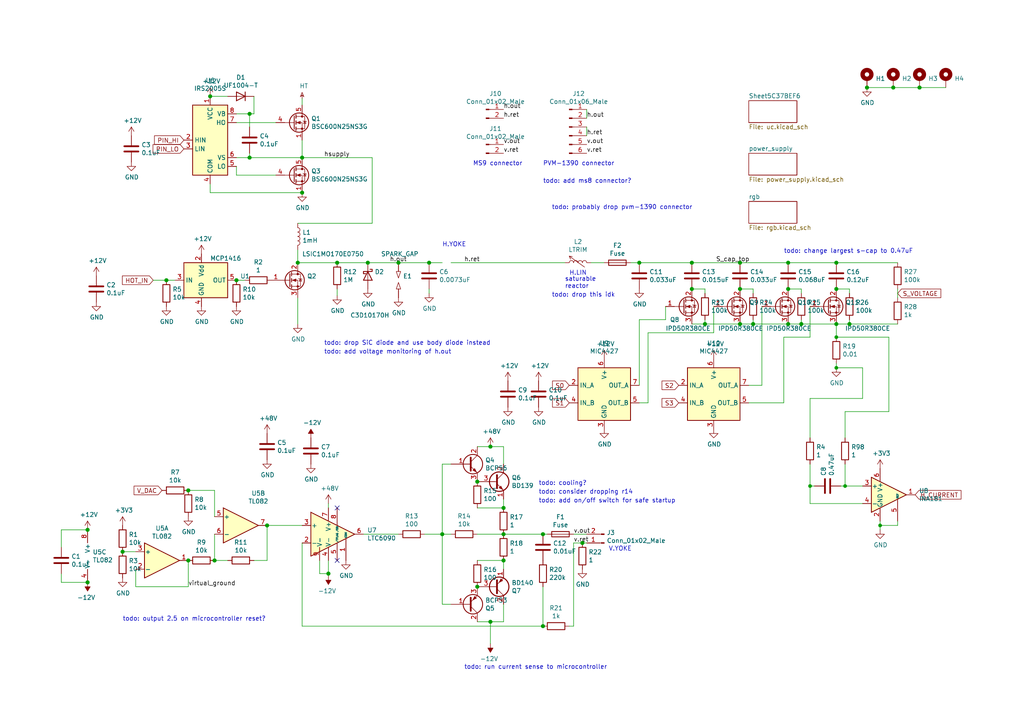
<source format=kicad_sch>
(kicad_sch (version 20211123) (generator eeschema)
  (paper "A4")
  (junction (at 72.39 45.72) (diameter 1.016))
  (junction (at 157.48 154.94) (diameter 1.016))
  (junction (at 232.41 93.98) (diameter 1.016))
  (junction (at 146.05 147.32) (diameter 1.016))
  (junction (at 62.23 162.56) (diameter 1.016))
  (junction (at 242.57 97.79))
  (junction (at 242.57 106.68))
  (junction (at 60.96 27.94) (diameter 1.016))
  (junction (at 168.91 157.48) (diameter 1.016))
  (junction (at 142.24 129.54) (diameter 1.016))
  (junction (at 86.36 76.2) (diameter 1.016))
  (junction (at 68.58 81.28) (diameter 1.016))
  (junction (at 259.08 25.4) (diameter 1.016))
  (junction (at 218.44 93.98) (diameter 1.016))
  (junction (at 228.6 83.82) (diameter 1.016))
  (junction (at 200.66 76.2) (diameter 1.016))
  (junction (at 214.63 93.98) (diameter 1.016))
  (junction (at 54.61 162.56) (diameter 1.016))
  (junction (at 200.66 83.82) (diameter 1.016))
  (junction (at 95.25 166.37) (diameter 1.016))
  (junction (at 106.68 76.2) (diameter 1.016))
  (junction (at 25.4 153.67) (diameter 1.016))
  (junction (at 25.4 168.91) (diameter 1.016))
  (junction (at 77.47 152.4) (diameter 1.016))
  (junction (at 146.05 154.94) (diameter 1.016))
  (junction (at 54.61 142.24) (diameter 1.016))
  (junction (at 146.05 162.56) (diameter 1.016))
  (junction (at 48.26 81.28) (diameter 1.016))
  (junction (at 266.7 25.4) (diameter 1.016))
  (junction (at 214.63 83.82) (diameter 1.016))
  (junction (at 234.95 140.97))
  (junction (at 246.38 93.98) (diameter 1.016))
  (junction (at 242.57 76.2) (diameter 1.016))
  (junction (at 138.43 170.18) (diameter 1.016))
  (junction (at 245.11 140.97))
  (junction (at 251.46 25.4) (diameter 1.016))
  (junction (at 214.63 76.2) (diameter 1.016))
  (junction (at 128.27 154.94) (diameter 1.016))
  (junction (at 242.57 83.82) (diameter 1.016))
  (junction (at 228.6 76.2) (diameter 1.016))
  (junction (at 185.42 76.2) (diameter 1.016))
  (junction (at 255.27 152.4))
  (junction (at 124.46 76.2) (diameter 1.016))
  (junction (at 87.63 45.72) (diameter 1.016))
  (junction (at 157.48 181.61) (diameter 1.016))
  (junction (at 242.57 93.98) (diameter 1.016))
  (junction (at 228.6 93.98) (diameter 1.016))
  (junction (at 35.56 160.02) (diameter 1.016))
  (junction (at 115.57 76.2) (diameter 1.016))
  (junction (at 97.79 76.2) (diameter 1.016))
  (junction (at 204.47 93.98) (diameter 1.016))
  (junction (at 138.43 139.7) (diameter 1.016))
  (junction (at 87.63 55.88) (diameter 1.016))
  (junction (at 72.39 33.02) (diameter 1.016))
  (junction (at 142.24 180.34) (diameter 1.016))
  (no_connect (at 97.79 147.32))
  (no_connect (at 97.79 162.56))
  (wire (pts (xy 242.57 93.98) (xy 242.57 97.79)))
  (wire (pts (xy 17.78 166.37) (xy 17.78 168.91)))
  (wire (pts (xy 185.42 116.84) (xy 187.96 116.84)))
  (wire (pts (xy 39.37 170.18) (xy 39.37 165.1)))
  (wire (pts (xy 77.47 152.4) (xy 77.47 162.56)))
  (wire (pts (xy 228.6 76.2) (xy 242.57 76.2)))
  (wire (pts (xy 185.42 92.71) (xy 193.04 92.71)))
  (wire (pts (xy 218.44 93.98) (xy 218.44 92.71)))
  (wire (pts (xy 228.6 93.98) (xy 232.41 93.98)))
  (wire (pts (xy 138.43 162.56) (xy 146.05 162.56)))
  (wire (pts (xy 138.43 180.34) (xy 142.24 180.34)))
  (wire (pts (xy 227.33 97.79) (xy 227.33 116.84)))
  (wire (pts (xy 92.71 162.56) (xy 92.71 166.37)))
  (wire (pts (xy 182.88 76.2) (xy 185.42 76.2)))
  (wire (pts (xy 166.37 157.48) (xy 166.37 181.61)))
  (wire (pts (xy 204.47 93.98) (xy 214.63 93.98)))
  (wire (pts (xy 234.95 115.57) (xy 250.19 115.57)))
  (wire (pts (xy 170.18 36.83) (xy 170.18 39.37)))
  (wire (pts (xy 266.7 25.4) (xy 274.32 25.4)))
  (wire (pts (xy 86.36 76.2) (xy 97.79 76.2)))
  (wire (pts (xy 128.27 154.94) (xy 128.27 175.26)))
  (wire (pts (xy 68.58 48.26) (xy 68.58 50.8)))
  (wire (pts (xy 146.05 154.94) (xy 157.48 154.94)))
  (wire (pts (xy 243.84 140.97) (xy 245.11 140.97)))
  (wire (pts (xy 250.19 140.97) (xy 245.11 140.97)))
  (wire (pts (xy 128.27 175.26) (xy 130.81 175.26)))
  (wire (pts (xy 87.63 30.48) (xy 87.63 28.575)))
  (wire (pts (xy 170.18 157.48) (xy 168.91 157.48)))
  (wire (pts (xy 142.24 180.34) (xy 142.24 186.69)))
  (wire (pts (xy 187.96 96.52) (xy 187.96 116.84)))
  (wire (pts (xy 62.23 142.24) (xy 54.61 142.24)))
  (wire (pts (xy 62.23 162.56) (xy 62.23 154.94)))
  (wire (pts (xy 95.25 166.37) (xy 95.25 162.56)))
  (wire (pts (xy 166.37 154.94) (xy 170.18 154.94)))
  (wire (pts (xy 95.25 167.005) (xy 95.25 166.37)))
  (wire (pts (xy 146.05 147.32) (xy 146.05 144.78)))
  (wire (pts (xy 77.47 152.4) (xy 87.63 152.4)))
  (wire (pts (xy 72.39 45.72) (xy 87.63 45.72)))
  (wire (pts (xy 123.19 154.94) (xy 128.27 154.94)))
  (wire (pts (xy 138.43 147.32) (xy 146.05 147.32)))
  (wire (pts (xy 128.27 154.94) (xy 130.81 154.94)))
  (wire (pts (xy 214.63 76.2) (xy 228.6 76.2)))
  (wire (pts (xy 250.19 115.57) (xy 250.19 106.68)))
  (wire (pts (xy 166.37 181.61) (xy 165.1 181.61)))
  (wire (pts (xy 207.01 88.9) (xy 207.01 96.52)))
  (wire (pts (xy 185.42 76.2) (xy 200.66 76.2)))
  (wire (pts (xy 17.78 168.91) (xy 25.4 168.91)))
  (wire (pts (xy 66.04 162.56) (xy 62.23 162.56)))
  (wire (pts (xy 68.58 45.72) (xy 72.39 45.72)))
  (wire (pts (xy 146.05 129.54) (xy 146.05 134.62)))
  (wire (pts (xy 257.81 119.38) (xy 257.81 97.79)))
  (wire (pts (xy 234.95 140.97) (xy 234.95 146.05)))
  (wire (pts (xy 86.36 64.77) (xy 107.95 64.77)))
  (wire (pts (xy 54.61 170.18) (xy 39.37 170.18)))
  (wire (pts (xy 232.41 83.82) (xy 232.41 85.09)))
  (wire (pts (xy 128.27 154.94) (xy 128.27 134.62)))
  (wire (pts (xy 200.66 93.98) (xy 204.47 93.98)))
  (wire (pts (xy 193.04 92.71) (xy 193.04 88.9)))
  (wire (pts (xy 95.25 147.32) (xy 95.25 146.05)))
  (wire (pts (xy 228.6 83.82) (xy 232.41 83.82)))
  (wire (pts (xy 234.95 140.97) (xy 236.22 140.97)))
  (wire (pts (xy 234.95 97.79) (xy 234.95 88.9)))
  (wire (pts (xy 60.96 27.94) (xy 66.04 27.94)))
  (wire (pts (xy 107.95 45.72) (xy 87.63 45.72)))
  (wire (pts (xy 157.48 170.18) (xy 157.48 181.61)))
  (wire (pts (xy 232.41 93.98) (xy 232.41 92.71)))
  (wire (pts (xy 207.01 96.52) (xy 187.96 96.52)))
  (wire (pts (xy 227.33 97.79) (xy 234.95 97.79)))
  (wire (pts (xy 234.95 146.05) (xy 250.19 146.05)))
  (wire (pts (xy 87.63 55.88) (xy 60.96 55.88)))
  (wire (pts (xy 232.41 93.98) (xy 242.57 93.98)))
  (wire (pts (xy 214.63 83.82) (xy 218.44 83.82)))
  (wire (pts (xy 245.11 134.62) (xy 245.11 140.97)))
  (wire (pts (xy 251.46 25.4) (xy 259.08 25.4)))
  (wire (pts (xy 204.47 93.98) (xy 204.47 92.71)))
  (wire (pts (xy 124.46 76.2) (xy 128.27 76.2)))
  (wire (pts (xy 68.58 50.8) (xy 80.01 50.8)))
  (wire (pts (xy 255.27 152.4) (xy 255.27 153.67)))
  (wire (pts (xy 142.24 129.54) (xy 146.05 129.54)))
  (wire (pts (xy 204.47 83.82) (xy 204.47 85.09)))
  (wire (pts (xy 214.63 93.98) (xy 218.44 93.98)))
  (wire (pts (xy 200.66 83.82) (xy 204.47 83.82)))
  (wire (pts (xy 217.17 111.76) (xy 220.98 111.76)))
  (wire (pts (xy 234.95 127) (xy 234.95 115.57)))
  (wire (pts (xy 234.95 134.62) (xy 234.95 140.97)))
  (wire (pts (xy 72.39 45.72) (xy 72.39 44.45)))
  (wire (pts (xy 246.38 83.82) (xy 246.38 85.09)))
  (wire (pts (xy 142.24 180.34) (xy 146.05 180.34)))
  (wire (pts (xy 97.79 83.82) (xy 97.79 85.725)))
  (wire (pts (xy 68.58 35.56) (xy 80.01 35.56)))
  (wire (pts (xy 107.95 64.77) (xy 107.95 45.72)))
  (wire (pts (xy 62.23 149.86) (xy 62.23 142.24)))
  (wire (pts (xy 124.46 85.09) (xy 124.46 83.82)))
  (wire (pts (xy 68.58 81.28) (xy 71.12 81.28)))
  (wire (pts (xy 17.78 153.67) (xy 25.4 153.67)))
  (wire (pts (xy 246.38 93.98) (xy 260.35 93.98)))
  (wire (pts (xy 97.79 76.2) (xy 106.68 76.2)))
  (wire (pts (xy 130.81 76.2) (xy 163.83 76.2)))
  (wire (pts (xy 260.35 83.82) (xy 260.35 86.36)))
  (wire (pts (xy 146.05 162.56) (xy 146.05 165.1)))
  (wire (pts (xy 86.36 72.39) (xy 86.36 76.2)))
  (wire (pts (xy 146.05 180.34) (xy 146.05 175.26)))
  (wire (pts (xy 250.19 106.68) (xy 242.57 106.68)))
  (wire (pts (xy 170.18 31.75) (xy 170.18 34.29)))
  (wire (pts (xy 242.57 105.41) (xy 242.57 106.68)))
  (wire (pts (xy 255.27 151.13) (xy 255.27 152.4)))
  (wire (pts (xy 87.63 181.61) (xy 87.63 157.48)))
  (wire (pts (xy 168.91 157.48) (xy 166.37 157.48)))
  (wire (pts (xy 72.39 33.02) (xy 73.66 33.02)))
  (wire (pts (xy 77.47 162.56) (xy 73.66 162.56)))
  (wire (pts (xy 17.78 158.75) (xy 17.78 153.67)))
  (wire (pts (xy 266.7 25.4) (xy 259.08 25.4)))
  (wire (pts (xy 218.44 93.98) (xy 228.6 93.98)))
  (wire (pts (xy 105.41 154.94) (xy 115.57 154.94)))
  (wire (pts (xy 171.45 76.2) (xy 175.26 76.2)))
  (wire (pts (xy 157.48 181.61) (xy 87.63 181.61)))
  (wire (pts (xy 218.44 83.82) (xy 218.44 85.09)))
  (wire (pts (xy 158.75 154.94) (xy 157.48 154.94)))
  (wire (pts (xy 138.43 129.54) (xy 142.24 129.54)))
  (wire (pts (xy 220.98 88.9) (xy 220.98 111.76)))
  (wire (pts (xy 92.71 166.37) (xy 95.25 166.37)))
  (wire (pts (xy 106.68 76.2) (xy 115.57 76.2)))
  (wire (pts (xy 128.27 134.62) (xy 130.81 134.62)))
  (wire (pts (xy 72.39 33.02) (xy 72.39 36.83)))
  (wire (pts (xy 242.57 76.2) (xy 260.35 76.2)))
  (wire (pts (xy 200.66 76.2) (xy 214.63 76.2)))
  (wire (pts (xy 72.39 33.02) (xy 68.58 33.02)))
  (wire (pts (xy 255.27 152.4) (xy 260.35 152.4)))
  (wire (pts (xy 48.26 81.28) (xy 50.8 81.28)))
  (wire (pts (xy 138.43 154.94) (xy 146.05 154.94)))
  (wire (pts (xy 260.35 151.13) (xy 260.35 152.4)))
  (wire (pts (xy 87.63 45.72) (xy 87.63 40.64)))
  (wire (pts (xy 54.61 162.56) (xy 54.61 170.18)))
  (wire (pts (xy 245.11 119.38) (xy 257.81 119.38)))
  (wire (pts (xy 86.36 86.36) (xy 86.36 93.98)))
  (wire (pts (xy 185.42 92.71) (xy 185.42 111.76)))
  (wire (pts (xy 257.81 97.79) (xy 242.57 97.79)))
  (wire (pts (xy 242.57 93.98) (xy 246.38 93.98)))
  (wire (pts (xy 39.37 160.02) (xy 35.56 160.02)))
  (wire (pts (xy 246.38 93.98) (xy 246.38 92.71)))
  (wire (pts (xy 115.57 76.2) (xy 124.46 76.2)))
  (wire (pts (xy 217.17 116.84) (xy 227.33 116.84)))
  (wire (pts (xy 44.45 81.28) (xy 48.26 81.28)))
  (wire (pts (xy 60.96 55.88) (xy 60.96 53.34)))
  (wire (pts (xy 242.57 83.82) (xy 246.38 83.82)))
  (wire (pts (xy 73.66 33.02) (xy 73.66 27.94)))
  (wire (pts (xy 245.11 127) (xy 245.11 119.38)))
  (text "saturable\nreactor" (at 163.83 83.82 0) (effects (font (size 1.27 1.27)) (justify left bottom)))
  (text "todo: add on/off switch for safe startup" (at 156.21 146.05 0) (effects (font (size 1.27 1.27)) (justify left bottom)))
  (text "todo: add ms8 connector?" (at 157.48 53.34 0) (effects (font (size 1.27 1.27)) (justify left bottom)))
  (text "V.YOKE" (at 176.53 160.02 0) (effects (font (size 1.27 1.27)) (justify left bottom)))
  (text "MS9 connector" (at 137.16 48.26 0) (effects (font (size 1.27 1.27)) (justify left bottom)))
  (text "todo: run current sense to microcontroller" (at 134.62 194.31 0) (effects (font (size 1.27 1.27)) (justify left bottom)))
  (text "todo: output 2.5 on microcontroller reset?" (at 35.56 180.34 0) (effects (font (size 1.27 1.27)) (justify left bottom)))
  (text "H.YOKE" (at 128.27 71.755 0) (effects (font (size 1.27 1.27)) (justify left bottom)))
  (text "todo: add voltage monitoring of h.out" (at 93.98 102.87 0) (effects (font (size 1.27 1.27)) (justify left bottom)))
  (text "todo: change largest s-cap to 0.47uF" (at 227.33 73.66 0) (effects (font (size 1.27 1.27)) (justify left bottom)))
  (text "H.LIN" (at 165.1 80.01 0) (effects (font (size 1.27 1.27)) (justify left bottom)))
  (text "todo: consider dropping r14" (at 156.21 143.51 0) (effects (font (size 1.27 1.27)) (justify left bottom)))
  (text "todo: cooling?" (at 156.21 140.97 0) (effects (font (size 1.27 1.27)) (justify left bottom)))
  (text "todo: probably drop pvm-1390 connector" (at 160.02 60.96 0) (effects (font (size 1.27 1.27)) (justify left bottom)))
  (text "todo: drop this idk" (at 160.02 86.36 0) (effects (font (size 1.27 1.27)) (justify left bottom)))
  (text "todo: drop SiC diode and use body diode instead" (at 93.98 100.33 0) (effects (font (size 1.27 1.27)) (justify left bottom)))
  (text "PVM-1390 connector" (at 157.48 48.26 0) (effects (font (size 1.27 1.27)) (justify left bottom)))
  (label "v.ret" (at 166.37 157.48 0))
  (label "v.out" (at 170.18 41.91 0))
  (label "hsupply" (at 93.98 45.72 0))
  (label "h.out" (at 113.03 76.2 0))
  (label "v.out" (at 166.37 154.94 0))
  (label "v.ret" (at 146.05 44.45 0))
  (label "h.out" (at 170.18 34.29 0))
  (label "h.ret" (at 134.62 76.2 0))
  (label "h.ret" (at 170.18 39.37 0))
  (label "v.ret" (at 170.18 44.45 0))
  (label "h.out" (at 146.05 31.75 0))
  (label "virtual_ground" (at 54.61 170.18 0))
  (label "S_cap_top" (at 207.645 76.2 0))
  (label "h.ret" (at 146.05 34.29 0))
  (label "v.out" (at 146.05 41.91 0))
  (global_label "HOT_IN" (shape input) (at 44.45 81.28 180) (property "Intersheet References" "${INTERSHEET_REFS}" (effects hide)))
  (global_label "PIN_LO" (shape input) (at 53.34 43.18 180) (property "Intersheet References" "${INTERSHEET_REFS}" (effects hide)))
  (global_label "PIN_HI" (shape input) (at 53.34 40.64 180) (property "Intersheet References" "${INTERSHEET_REFS}" (effects hide)))
  (global_label "S3" (shape input) (at 196.85 116.84 180) (property "Intersheet References" "${INTERSHEET_REFS}" (effects hide)))
  (global_label "H_CURRENT" (shape input) (at 265.43 143.51 0) (property "Intersheet References" "${INTERSHEET_REFS}" (effects hide)))
  (global_label "S0" (shape input) (at 165.1 111.76 180) (property "Intersheet References" "${INTERSHEET_REFS}" (effects hide)))
  (global_label "V_DAC" (shape input) (at 46.99 142.24 180) (property "Intersheet References" "${INTERSHEET_REFS}" (effects hide)))
  (global_label "S_VOLTAGE" (shape input) (at 260.35 85.09 0) (property "Intersheet References" "${INTERSHEET_REFS}" (effects hide)))
  (global_label "S1" (shape input) (at 165.1 116.84 180) (property "Intersheet References" "${INTERSHEET_REFS}" (effects hide)))
  (global_label "S2" (shape input) (at 196.85 111.76 180) (property "Intersheet References" "${INTERSHEET_REFS}" (effects hide)))
  (symbol (lib_id "Device:SPARK_GAP") (at 115.57 81.28 270) (unit 1)
    (property "Reference" "E1" (at 116.9162 80.1116 90) (effects (justify left)))
    (property "Value" "SPARK_GAP" (at 110.49 73.66 90) (effects (justify left)))
    (property "Footprint" "Resistor_THT:R_Axial_DIN0309_L9.0mm_D3.2mm_P12.70mm_Horizontal" (effects hide))
    (property "Digikey" "F3681-ND" (effects hide))
    (property "Voltage" "2000V" (effects hide))
  )
  (symbol (lib_id "power:GND") (at 115.57 86.36 0) (unit 1)
    (property "Reference" "#PWR0105" (effects hide))
    (property "Value" "GND" (at 115.697 90.7542 0))
  )
  (symbol (lib_id "power:GND") (at 86.36 93.98 0) (unit 1)
    (property "Reference" "#PWR0106" (effects hide))
    (property "Value" "GND" (at 86.487 98.3742 0))
  )
  (symbol (lib_id "Device:C") (at 124.46 80.01 0) (unit 1)
    (property "Reference" "C6" (at 127.381 78.8416 0) (effects (justify left)))
    (property "Value" "0.0073uF" (at 127.381 81.153 0) (effects (justify left)))
    (property "Footprint" "Capacitor_THT:C_Rect_L18.0mm_W6.0mm_P15.00mm_FKS3_FKP3" (effects hide))
    (property "Voltage" "2000V" (effects hide))
    (property "Digikey" "495-3231-ND " (effects hide))
  )
  (symbol (lib_id "power:GND") (at 124.46 85.09 0) (unit 1)
    (property "Reference" "#PWR012" (effects hide))
    (property "Value" "GND" (at 124.587 89.4842 0))
  )
  (symbol (lib_id "Device:C") (at 185.42 80.01 0) (unit 1)
    (property "Reference" "C11" (at 188.341 78.8416 0) (effects (justify left)))
    (property "Value" "0.033uF" (at 188.341 81.153 0) (effects (justify left)))
    (property "Footprint" "Capacitor_SMD:C_1206_3216Metric_Pad1.42x1.75mm_HandSolder" (effects hide))
    (property "Voltage" "200V" (effects hide))
    (property "Digikey" "1276-3159-1-ND " (effects hide))
  )
  (symbol (lib_id "power:GND") (at 185.42 83.82 0) (unit 1)
    (property "Reference" "#PWR015" (effects hide))
    (property "Value" "GND" (at 185.547 88.2142 0))
  )
  (symbol (lib_id "Driver_FET:MCP1416") (at 58.42 81.28 0) (unit 1)
    (property "Reference" "U1" (at 69.6976 80.1116 0) (effects (justify left)))
    (property "Value" "MCP1416" (at 60.96 74.93 0) (effects (justify left)))
    (property "Footprint" "Package_TO_SOT_SMD:SOT-23-5" (effects hide))
    (property "Datasheet" "http://ww1.microchip.com/downloads/en/DeviceDoc/20002092F.pdf" (effects hide))
    (property "Digikey" "MCP1416T-E/OTCT-ND" (effects hide))
  )
  (symbol (lib_id "power:GND") (at 58.42 88.9 0) (unit 1)
    (property "Reference" "#PWR04" (effects hide))
    (property "Value" "GND" (at 58.547 93.2942 0))
  )
  (symbol (lib_id "power:+12V") (at 58.42 73.66 0) (unit 1)
    (property "Reference" "#PWR03" (effects hide))
    (property "Value" "+12V" (at 58.801 69.2658 0))
  )
  (symbol (lib_id "Transistor_FET:C2M0045170D") (at 83.82 81.28 0) (unit 1)
    (property "Reference" "Q2" (at 89.0524 80.1116 0) (effects (justify left)))
    (property "Value" "LSIC1MO170E0750" (at 87.63 73.66 0) (effects (justify left)))
    (property "Footprint" "Package_TO_SOT_THT:TO-247-3_Vertical" (effects hide))
    (property "Datasheet" "https://www.mouser.de/datasheet/2/240/littelfuse_power_semiconductor_silicon_carbide_lsi-2399475.pdf" (effects hide))
    (property "Digikey" "18-LSIC1MO170E0750-ND" (effects hide))
  )
  (symbol (lib_id "Device:R") (at 74.93 81.28 270) (unit 1)
    (property "Reference" "R2" (at 74.93 76.0222 90))
    (property "Value" "1" (at 74.93 78.3336 90))
    (property "Footprint" "Resistor_SMD:R_0805_2012Metric_Pad1.15x1.40mm_HandSolder" (effects hide))
    (property "Digikey" " 311-1.00CRCT-ND" (effects hide))
  )
  (symbol (lib_id "Device:R") (at 97.79 80.01 0) (unit 1)
    (property "Reference" "R12" (at 99.568 78.8416 0) (effects (justify left)))
    (property "Value" "1M" (at 99.568 81.153 0) (effects (justify left)))
    (property "Footprint" "Resistor_THT:R_Axial_DIN0309_L9.0mm_D3.2mm_P15.24mm_Horizontal" (effects hide))
    (property "Voltage" "1700V" (effects hide))
    (property "Digikey" "BC4422CT-ND" (effects hide))
  )
  (symbol (lib_id "power:GND") (at 97.79 85.725 0) (unit 1)
    (property "Reference" "#PWR0103" (effects hide))
    (property "Value" "GND" (at 97.917 90.1192 0))
  )
  (symbol (lib_id "Device:LTRIM") (at 167.64 76.2 90) (unit 1)
    (property "Reference" "L2" (at 167.64 70.104 90))
    (property "Value" "LTRIM" (at 167.64 72.4154 90))
    (property "Footprint" "td-deflect:LIN-3509" (effects hide))
  )
  (symbol (lib_id "Device:C") (at 200.66 80.01 0) (unit 1)
    (property "Reference" "C13" (at 203.581 78.8416 0) (effects (justify left)))
    (property "Value" "0.015uF" (at 203.581 81.153 0) (effects (justify left)))
    (property "Footprint" "Capacitor_SMD:C_1206_3216Metric_Pad1.42x1.75mm_HandSolder" (effects hide))
    (property "Voltage" "200V" (effects hide))
    (property "Digikey" "311-1980-1-ND " (effects hide))
  )
  (symbol (lib_id "Device:C") (at 228.6 80.01 0) (unit 1)
    (property "Reference" "C15" (at 231.521 78.8416 0) (effects (justify left)))
    (property "Value" "0.068uF" (at 231.521 81.153 0) (effects (justify left)))
    (property "Footprint" "Capacitor_SMD:C_1206_3216Metric_Pad1.42x1.75mm_HandSolder" (effects hide))
    (property "Voltage" "200V" (effects hide))
    (property "Digikey" "311-4473-1-ND " (effects hide))
  )
  (symbol (lib_id "Transistor_FET:IPD50R380CE") (at 198.12 88.9 0) (unit 1)
    (property "Reference" "Q8" (at 194.31 92.71 0) (effects (justify left)))
    (property "Value" "IPD50R380CE" (at 193.04 95.25 0) (effects (justify left)))
    (property "Footprint" "Package_TO_SOT_SMD:TO-252-2" (effects hide))
    (property "Datasheet" "https://www.infineon.com/dgdl/Infineon-IPD50R380CE-DS-v02_01-en.pdf?fileId=db3a30433ecb86d4013ed0a2ef580f38" (effects hide))
    (property "Digikey" " IPD50R380CEAUMA1CT-ND " (effects hide))
  )
  (symbol (lib_id "Transistor_FET:IPD50R380CE") (at 226.06 88.9 0) (unit 1)
    (property "Reference" "Q10" (at 231.267 87.7316 0) (effects (justify left)))
    (property "Value" "IPD50R380CE" (at 222.25 95.25 0) (effects (justify left)))
    (property "Footprint" "Package_TO_SOT_SMD:TO-252-2" (effects hide))
    (property "Datasheet" "https://www.infineon.com/dgdl/Infineon-IPD50R380CE-DS-v02_01-en.pdf?fileId=db3a30433ecb86d4013ed0a2ef580f38" (effects hide))
    (property "Digikey" " IPD50R380CEAUMA1CT-ND " (effects hide))
  )
  (symbol (lib_id "Driver_FET:MIC4427") (at 175.26 114.3 0) (unit 1)
    (property "Reference" "U9" (at 175.26 99.5426 0))
    (property "Value" "MIC4427" (at 175.26 101.854 0))
    (property "Footprint" "Package_SO:SOIC-8_3.9x4.9mm_P1.27mm" (effects hide))
    (property "Datasheet" "http://ww1.microchip.com/downloads/en/DeviceDoc/mic4426.pdf" (effects hide))
    (property "Digikey" "576-1525-5-ND" (effects hide))
  )
  (symbol (lib_id "Device:C") (at 242.57 80.01 0) (unit 1)
    (property "Reference" "C16" (at 245.491 78.8416 0) (effects (justify left)))
    (property "Value" "0.12uF" (at 245.491 81.153 0) (effects (justify left)))
    (property "Footprint" "Capacitor_SMD:C_1206_3216Metric_Pad1.42x1.75mm_HandSolder" (effects hide))
    (property "Voltage" "200V" (effects hide))
    (property "Digikey" "399-17948-1-ND " (effects hide))
  )
  (symbol (lib_id "Transistor_FET:IPD50R380CE") (at 240.03 88.9 0) (unit 1)
    (property "Reference" "Q11" (at 245.237 87.7316 0) (effects (justify left)))
    (property "Value" "IPD50R380CE" (at 245.11 95.25 0) (effects (justify left)))
    (property "Footprint" "Package_TO_SOT_SMD:TO-252-2" (effects hide))
    (property "Datasheet" "https://www.infineon.com/dgdl/Infineon-IPD50R380CE-DS-v02_01-en.pdf?fileId=db3a30433ecb86d4013ed0a2ef580f38" (effects hide))
    (property "Digikey" " IPD50R380CEAUMA1CT-ND " (effects hide))
  )
  (symbol (lib_id "Driver_FET:MIC4427") (at 207.01 114.3 0) (unit 1)
    (property "Reference" "U10" (at 207.01 99.5426 0))
    (property "Value" "MIC4427" (at 207.01 101.854 0))
    (property "Footprint" "Package_SO:SOIC-8_3.9x4.9mm_P1.27mm" (effects hide))
    (property "Datasheet" "http://ww1.microchip.com/downloads/en/DeviceDoc/mic4426.pdf" (effects hide))
    (property "Digikey" "576-1525-5-ND" (effects hide))
  )
  (symbol (lib_id "power:GND") (at 242.57 106.68 0) (unit 1)
    (property "Reference" "#PWR0104" (effects hide))
    (property "Value" "GND" (at 242.697 111.0742 0))
  )
  (symbol (lib_id "power:GND") (at 175.26 124.46 0) (unit 1)
    (property "Reference" "#PWR0107" (effects hide))
    (property "Value" "GND" (at 175.387 128.8542 0))
  )
  (symbol (lib_id "power:GND") (at 207.01 124.46 0) (unit 1)
    (property "Reference" "#PWR0108" (effects hide))
    (property "Value" "GND" (at 207.137 128.8542 0))
  )
  (symbol (lib_id "Device:C") (at 156.21 114.3 0) (unit 1)
    (property "Reference" "C10" (at 159.131 113.1316 0) (effects (justify left)))
    (property "Value" "0.1uF" (at 159.131 115.443 0) (effects (justify left)))
    (property "Footprint" "Capacitor_SMD:C_0805_2012Metric_Pad1.15x1.40mm_HandSolder" (effects hide))
    (property "Voltage" "10V" (effects hide))
    (property "Digikey" "1276-1099-1-ND" (effects hide))
  )
  (symbol (lib_id "power:GND") (at 147.32 118.11 0) (unit 1)
    (property "Reference" "#PWR0109" (effects hide))
    (property "Value" "GND" (at 147.447 122.5042 0))
  )
  (symbol (lib_id "power:GND") (at 156.21 118.11 0) (unit 1)
    (property "Reference" "#PWR0110" (effects hide))
    (property "Value" "GND" (at 156.337 122.5042 0))
  )
  (symbol (lib_id "power:+12V") (at 175.26 104.14 0) (unit 1)
    (property "Reference" "#PWR0111" (effects hide))
    (property "Value" "+12V" (at 175.641 99.7458 0))
  )
  (symbol (lib_id "power:+12V") (at 156.21 110.49 0) (unit 1)
    (property "Reference" "#PWR0113" (effects hide))
    (property "Value" "+12V" (at 156.591 106.0958 0))
  )
  (symbol (lib_id "power:+12V") (at 147.32 110.49 0) (unit 1)
    (property "Reference" "#PWR0114" (effects hide))
    (property "Value" "+12V" (at 147.701 106.0958 0))
  )
  (symbol (lib_id "Device:R") (at 68.58 85.09 0) (unit 1)
    (property "Reference" "R10" (at 70.358 83.9216 0) (effects (justify left)))
    (property "Value" "10k" (at 70.358 86.233 0) (effects (justify left)))
    (property "Footprint" "Resistor_SMD:R_0805_2012Metric_Pad1.15x1.40mm_HandSolder" (effects hide))
    (property "Digikey" "311-1.00CRCT-ND" (effects hide))
  )
  (symbol (lib_id "power:GND") (at 68.58 88.9 0) (unit 1)
    (property "Reference" "#PWR0115" (effects hide))
    (property "Value" "GND" (at 68.707 93.2942 0))
  )
  (symbol (lib_id "Device:R") (at 48.26 85.09 0) (unit 1)
    (property "Reference" "R5" (at 50.038 83.9216 0) (effects (justify left)))
    (property "Value" "10k" (at 50.038 86.233 0) (effects (justify left)))
    (property "Footprint" "Resistor_SMD:R_0805_2012Metric_Pad1.15x1.40mm_HandSolder" (effects hide))
    (property "Digikey" "311-1.00CRCT-ND" (effects hide))
  )
  (symbol (lib_id "power:GND") (at 48.26 88.9 0) (unit 1)
    (property "Reference" "#PWR0116" (effects hide))
    (property "Value" "GND" (at 48.387 93.2942 0))
  )
  (symbol (lib_id "Device:R") (at 218.44 88.9 0) (unit 1)
    (property "Reference" "R24" (at 220.218 87.7316 0) (effects (justify left)))
    (property "Value" "100k" (at 220.218 90.043 0) (effects (justify left)))
    (property "Footprint" "Resistor_SMD:R_1206_3216Metric_Pad1.42x1.75mm_HandSolder" (effects hide))
    (property "Digikey" "311-100KFRCT-ND" (effects hide))
  )
  (symbol (lib_id "Device:R") (at 232.41 88.9 0) (unit 1)
    (property "Reference" "R25" (at 234.188 87.7316 0) (effects (justify left)))
    (property "Value" "100k" (at 234.188 90.043 0) (effects (justify left)))
    (property "Footprint" "Resistor_SMD:R_1206_3216Metric_Pad1.42x1.75mm_HandSolder" (effects hide))
    (property "Digikey" "311-100KFRCT-ND" (effects hide))
  )
  (symbol (lib_id "Device:R") (at 246.38 88.9 0) (unit 1)
    (property "Reference" "R26" (at 248.158 87.7316 0) (effects (justify left)))
    (property "Value" "100k" (at 248.158 90.043 0) (effects (justify left)))
    (property "Footprint" "Resistor_SMD:R_1206_3216Metric_Pad1.42x1.75mm_HandSolder" (effects hide))
    (property "Digikey" "311-100KFRCT-ND" (effects hide))
  )
  (symbol (lib_id "power:+12V") (at 27.94 80.01 0) (unit 1)
    (property "Reference" "#PWR0117" (effects hide))
    (property "Value" "+12V" (at 28.321 75.6158 0))
  )
  (symbol (lib_id "Device:C") (at 27.94 83.82 0) (unit 1)
    (property "Reference" "C2" (at 30.861 82.6516 0) (effects (justify left)))
    (property "Value" "0.1uF" (at 30.861 84.963 0) (effects (justify left)))
    (property "Footprint" "Capacitor_SMD:C_0805_2012Metric_Pad1.15x1.40mm_HandSolder" (effects hide))
    (property "Digikey" "1276-1099-1-ND" (effects hide))
  )
  (symbol (lib_id "power:GND") (at 27.94 87.63 0) (unit 1)
    (property "Reference" "#PWR0118" (effects hide))
    (property "Value" "GND" (at 28.067 92.0242 0))
  )
  (symbol (lib_id "Amplifier_Current:INA181") (at 257.81 143.51 0) (unit 1)
    (property "Reference" "U8" (at 266.5476 142.3416 0) (effects (justify left)))
    (property "Value" "INA181" (at 266.5476 144.653 0) (effects (justify left)))
    (property "Footprint" "Package_TO_SOT_SMD:SOT-23-6" (effects hide))
    (property "Datasheet" "http://www.ti.com/lit/ds/symlink/ina181.pdf" (effects hide))
    (property "Digikey" "296-47658-1-ND" (effects hide))
  )
  (symbol (lib_id "power:GND") (at 255.27 153.67 0) (unit 1)
    (property "Reference" "#PWR0120" (effects hide))
    (property "Value" "GND" (at 255.397 158.0642 0))
  )
  (symbol (lib_id "power:+3.3V") (at 255.27 135.89 0) (unit 1)
    (property "Reference" "#PWR0121" (effects hide))
    (property "Value" "+3.3V" (at 255.651 131.4958 0))
  )
  (symbol (lib_id "Driver_FET:IRS2005S") (at 60.96 40.64 0) (unit 1)
    (property "Reference" "U6" (at 60.96 23.3426 0))
    (property "Value" "IRS2005S" (at 60.96 25.654 0))
    (property "Footprint" "Package_SO:SOIC-8_3.9x4.9mm_P1.27mm" (effects hide))
    (property "Datasheet" "https://www.infineon.com/dgdl/Infineon-IRS2005S-DS-v02_00-EN.pdf?fileId=5546d462533600a4015364c4246229e1" (effects hide))
    (property "Digikey" "IRS2005STRPBFCT-ND" (effects hide))
  )
  (symbol (lib_id "Diode:BA157") (at 69.85 27.94 180) (unit 1)
    (property "Reference" "D1" (at 69.85 22.4536 0))
    (property "Value" "UF1004-T" (at 69.85 24.765 0))
    (property "Footprint" "Diode_THT:D_DO-41_SOD81_P10.16mm_Horizontal" (effects hide))
    (property "Datasheet" "https://media.digikey.com/pdf/Data%20Sheets/Diodes%20PDFs/UF1001-UF1007.pdf" (effects hide))
    (property "Digikey" "UF1004DICT-ND" (effects hide))
  )
  (symbol (lib_id "Device:C") (at 72.39 40.64 0) (unit 1)
    (property "Reference" "C4" (at 75.311 39.4716 0) (effects (justify left)))
    (property "Value" "0.1uF" (at 75.311 41.783 0) (effects (justify left)))
    (property "Footprint" "Capacitor_SMD:C_0805_2012Metric_Pad1.15x1.40mm_HandSolder" (effects hide))
    (property "Digikey" "1276-1099-1-ND" (effects hide))
  )
  (symbol (lib_id "power:HT") (at 87.63 28.575 0) (unit 1)
    (property "Reference" "#PWR0123" (effects hide))
    (property "Value" "HT" (at 88.138 24.9428 0))
  )
  (symbol (lib_id "power:GND") (at 87.63 55.88 0) (unit 1)
    (property "Reference" "#PWR0143" (effects hide))
    (property "Value" "GND" (at 87.757 60.2742 0))
  )
  (symbol (lib_id "power:+12V") (at 60.96 27.94 0) (unit 1)
    (property "Reference" "#PWR0144" (effects hide))
    (property "Value" "+12V" (at 61.341 23.5458 0))
  )
  (symbol (lib_id "power:+12V") (at 38.1 39.37 0) (unit 1)
    (property "Reference" "#PWR0145" (effects hide))
    (property "Value" "+12V" (at 38.481 34.9758 0))
  )
  (symbol (lib_id "Device:C") (at 38.1 43.18 0) (unit 1)
    (property "Reference" "C3" (at 41.021 42.0116 0) (effects (justify left)))
    (property "Value" "0.1uF" (at 41.021 44.323 0) (effects (justify left)))
    (property "Footprint" "Capacitor_SMD:C_0805_2012Metric_Pad1.15x1.40mm_HandSolder" (effects hide))
    (property "Digikey" "1276-1099-1-ND" (effects hide))
  )
  (symbol (lib_id "power:GND") (at 38.1 46.99 0) (unit 1)
    (property "Reference" "#PWR0146" (effects hide))
    (property "Value" "GND" (at 38.227 51.3842 0))
  )
  (symbol (lib_id "Transistor_BJT:BD140") (at 143.51 170.18 0) (mirror x) (unit 1)
    (property "Reference" "Q7" (at 148.3868 171.3484 0) (effects (justify left)))
    (property "Value" "BD140" (at 148.3868 169.037 0) (effects (justify left)))
    (property "Footprint" "Package_TO_SOT_THT:TO-126-3_Vertical" (effects hide))
    (property "Datasheet" "http://www.st.com/internet/com/TECHNICAL_RESOURCES/TECHNICAL_LITERATURE/DATASHEET/CD00001225.pdf" (effects hide))
    (property "Digikey" " 497-14760-5-ND " (effects hide))
  )
  (symbol (lib_id "Transistor_BJT:BD139") (at 143.51 139.7 0) (unit 1)
    (property "Reference" "Q6" (at 148.3868 138.5316 0) (effects (justify left)))
    (property "Value" "BD139" (at 148.3868 140.843 0) (effects (justify left)))
    (property "Footprint" "Package_TO_SOT_THT:TO-126-3_Vertical" (effects hide))
    (property "Datasheet" "http://www.st.com/internet/com/TECHNICAL_RESOURCES/TECHNICAL_LITERATURE/DATASHEET/CD00001225.pdf" (effects hide))
    (property "Digikey" " 497-12750-5-ND " (effects hide))
  )
  (symbol (lib_id "Device:R") (at 146.05 158.75 0) (unit 1)
    (property "Reference" "R18" (at 147.828 157.5816 0) (effects (justify left)))
    (property "Value" "1" (at 147.828 159.893 0) (effects (justify left)))
    (property "Footprint" "Resistor_SMD:R_0805_2012Metric_Pad1.15x1.40mm_HandSolder" (effects hide))
    (property "Digikey" " 311-1.00CRCT-ND" (effects hide))
  )
  (symbol (lib_id "Device:R") (at 138.43 143.51 0) (unit 1)
    (property "Reference" "R15" (at 140.208 142.3416 0) (effects (justify left)))
    (property "Value" "100" (at 140.208 144.653 0) (effects (justify left)))
    (property "Footprint" "Resistor_SMD:R_0805_2012Metric_Pad1.15x1.40mm_HandSolder" (effects hide))
    (property "Digikey" "311-100CRCT-ND" (effects hide))
  )
  (symbol (lib_id "Device:R") (at 146.05 151.13 0) (unit 1)
    (property "Reference" "R17" (at 147.828 149.9616 0) (effects (justify left)))
    (property "Value" "1" (at 147.828 152.273 0) (effects (justify left)))
    (property "Footprint" "Resistor_SMD:R_0805_2012Metric_Pad1.15x1.40mm_HandSolder" (effects hide))
    (property "Digikey" " 311-1.00CRCT-ND" (effects hide))
  )
  (symbol (lib_id "Device:R") (at 138.43 166.37 0) (unit 1)
    (property "Reference" "R16" (at 140.208 165.2016 0) (effects (justify left)))
    (property "Value" "100" (at 140.208 167.513 0) (effects (justify left)))
    (property "Footprint" "Resistor_SMD:R_0805_2012Metric_Pad1.15x1.40mm_HandSolder" (effects hide))
    (property "Digikey" "311-100CRCT-ND" (effects hide))
  )
  (symbol (lib_id "Transistor_BJT:BCP53") (at 135.89 175.26 0) (mirror x) (unit 1)
    (property "Reference" "Q5" (at 140.7414 176.4284 0) (effects (justify left)))
    (property "Value" "BCP53" (at 140.7414 174.117 0) (effects (justify left)))
    (property "Footprint" "Package_TO_SOT_SMD:SOT-223-3_TabPin2" (effects hide))
    (property "Datasheet" "http://www.onsemi.com/pub_link/Collateral/BCP53T1-D.PDF" (effects hide))
    (property "Digikey" "BCP53-16T1GOSCT-ND " (effects hide))
  )
  (symbol (lib_id "Transistor_BJT:BCP56") (at 135.89 134.62 0) (unit 1)
    (property "Reference" "Q4" (at 140.7414 133.4516 0) (effects (justify left)))
    (property "Value" "BCP56" (at 140.7414 135.763 0) (effects (justify left)))
    (property "Footprint" "Package_TO_SOT_SMD:SOT-223-3_TabPin2" (effects hide))
    (property "Datasheet" "http://cache.nxp.com/documents/data_sheet/BCP56_BCX56_BC56PA.pdf?pspll=1" (effects hide))
    (property "Digikey" "BCP56-16T1GOSCT-ND " (effects hide))
  )
  (symbol (lib_id "td-deflect:LTC6090") (at 96.52 154.94 0) (unit 1)
    (property "Reference" "U7" (at 106.5276 153.7716 0) (effects (justify left)))
    (property "Value" "LTC6090" (at 106.5276 156.083 0) (effects (justify left)))
    (property "Footprint" "Package_SO:SOIC-8-1EP_3.9x4.9mm_P1.27mm_EP2.29x3mm" (effects hide))
    (property "Digikey" "LTC6090CS8E-5#PBF-ND" (effects hide))
  )
  (symbol (lib_id "Device:R") (at 134.62 154.94 90) (unit 1)
    (property "Reference" "R14" (at 134.62 149.6822 90))
    (property "Value" "10k" (at 134.62 151.9936 90))
    (property "Footprint" "Resistor_SMD:R_0805_2012Metric_Pad1.15x1.40mm_HandSolder" (effects hide))
    (property "Digikey" "311-1.00CRCT-ND" (effects hide))
  )
  (symbol (lib_id "Device:R") (at 119.38 154.94 270) (unit 1)
    (property "Reference" "R13" (at 119.38 149.6822 90))
    (property "Value" "100" (at 119.38 151.9936 90))
    (property "Footprint" "Resistor_SMD:R_0805_2012Metric_Pad1.15x1.40mm_HandSolder" (effects hide))
    (property "Digikey" "311-100CRCT-ND" (effects hide))
  )
  (symbol (lib_id "Connector:Conn_01x02_Male") (at 175.26 157.48 180) (unit 1)
    (property "Reference" "J3" (at 175.9712 154.4828 0) (effects (justify right)))
    (property "Value" "Conn_01x02_Male" (at 175.9712 156.7942 0) (effects (justify right)))
    (property "Footprint" "Connector_Phoenix_MSTB:PhoenixContact_MSTBVA_2,5_2-G_1x02_P5.00mm_Vertical" (effects hide))
    (property "Datasheet" "277-1150-ND " (effects hide))
    (property "Digikey" "277-1150-ND " (effects hide))
  )
  (symbol (lib_id "power:GND") (at 168.91 165.1 0) (unit 1)
    (property "Reference" "#PWR0147" (effects hide))
    (property "Value" "GND" (at 169.037 169.4942 0))
  )
  (symbol (lib_id "Device:R") (at 168.91 161.29 0) (unit 1)
    (property "Reference" "R22" (at 170.688 160.1216 0) (effects (justify left)))
    (property "Value" "1" (at 170.688 162.433 0) (effects (justify left)))
    (property "Footprint" "Resistor_SMD:R_0805_2012Metric_Pad1.15x1.40mm_HandSolder" (effects hide))
    (property "Digikey" "ERJ-6DQF1R0V" (effects hide))
  )
  (symbol (lib_id "Device:C") (at 157.48 158.75 0) (unit 1)
    (property "Reference" "C12" (at 160.401 157.5816 0) (effects (justify left)))
    (property "Value" "0.01uF" (at 160.401 159.893 0) (effects (justify left)))
    (property "Footprint" "Capacitor_SMD:C_0805_2012Metric_Pad1.15x1.40mm_HandSolder" (effects hide))
    (property "Voltage" "100V" (effects hide))
    (property "Digikey" "1276-2921-6-ND" (effects hide))
  )
  (symbol (lib_id "Device:R") (at 157.48 166.37 0) (unit 1)
    (property "Reference" "R20" (at 159.258 165.2016 0) (effects (justify left)))
    (property "Value" "220k" (at 159.258 167.513 0) (effects (justify left)))
    (property "Footprint" "Resistor_SMD:R_0805_2012Metric_Pad1.15x1.40mm_HandSolder" (effects hide))
    (property "Digikey" " 311-220KCRCT-ND" (effects hide))
  )
  (symbol (lib_id "Device:R") (at 161.29 181.61 270) (unit 1)
    (property "Reference" "R21" (at 161.29 176.3522 90))
    (property "Value" "1k" (at 161.29 178.6636 90))
    (property "Footprint" "Resistor_SMD:R_0805_2012Metric_Pad1.15x1.40mm_HandSolder" (effects hide))
    (property "Digikey" " 311-1.00KCRCT-ND" (effects hide))
  )
  (symbol (lib_id "power:+48V") (at 95.25 146.05 0) (unit 1)
    (property "Reference" "#PWR0148" (effects hide))
    (property "Value" "+48V" (at 95.631 141.6558 0))
  )
  (symbol (lib_id "power:GND") (at 100.33 162.56 0) (unit 1)
    (property "Reference" "#PWR0149" (effects hide))
    (property "Value" "GND" (at 100.457 166.9542 0))
  )
  (symbol (lib_id "power:-12V") (at 95.25 167.005 180) (unit 1)
    (property "Reference" "#PWR0150" (effects hide))
    (property "Value" "-12V" (at 94.869 171.3992 0))
  )
  (symbol (lib_id "power:-12V") (at 142.24 186.69 180) (unit 1)
    (property "Reference" "#PWR0151" (effects hide))
    (property "Value" "-12V" (at 141.859 191.0842 0))
  )
  (symbol (lib_id "power:+48V") (at 142.24 129.54 0) (unit 1)
    (property "Reference" "#PWR0152" (effects hide))
    (property "Value" "+48V" (at 142.621 125.1458 0))
  )
  (symbol (lib_id "Device:C") (at 77.47 129.54 0) (unit 1)
    (property "Reference" "C5" (at 80.391 128.3716 0) (effects (justify left)))
    (property "Value" "0.1uF" (at 80.391 130.683 0) (effects (justify left)))
    (property "Footprint" "Capacitor_SMD:C_0805_2012Metric_Pad1.15x1.40mm_HandSolder" (effects hide))
    (property "Voltage" "10V" (effects hide))
    (property "Digikey" "1276-1099-1-ND" (effects hide))
  )
  (symbol (lib_id "power:GND") (at 77.47 133.35 0) (unit 1)
    (property "Reference" "#PWR0153" (effects hide))
    (property "Value" "GND" (at 77.597 137.7442 0))
  )
  (symbol (lib_id "Device:C") (at 90.17 130.81 0) (unit 1)
    (property "Reference" "C7" (at 93.091 129.6416 0) (effects (justify left)))
    (property "Value" "0.1uF" (at 93.091 131.953 0) (effects (justify left)))
    (property "Footprint" "Capacitor_SMD:C_0805_2012Metric_Pad1.15x1.40mm_HandSolder" (effects hide))
    (property "Voltage" "10V" (effects hide))
    (property "Digikey" "1276-1099-1-ND" (effects hide))
  )
  (symbol (lib_id "power:GND") (at 90.17 134.62 0) (unit 1)
    (property "Reference" "#PWR0154" (effects hide))
    (property "Value" "GND" (at 90.297 139.0142 0))
  )
  (symbol (lib_id "power:-12V") (at 90.17 127 0) (unit 1)
    (property "Reference" "#PWR0155" (effects hide))
    (property "Value" "-12V" (at 90.551 122.6058 0))
  )
  (symbol (lib_id "Amplifier_Operational:TL082") (at 46.99 162.56 0) (unit 1)
    (property "Reference" "U5" (at 46.99 153.2382 0))
    (property "Value" "TL082" (at 46.99 155.5496 0))
    (property "Footprint" "Package_SO:SOIC-8_3.9x4.9mm_P1.27mm" (effects hide))
    (property "Datasheet" "http://www.ti.com/lit/ds/symlink/tl081.pdf" (effects hide))
    (property "Digikey" "497-2212-1-ND" (effects hide))
  )
  (symbol (lib_id "Amplifier_Operational:TL082") (at 69.85 152.4 0) (unit 2)
    (property "Reference" "U5" (at 74.93 143.0782 0))
    (property "Value" "TL082" (at 74.93 145.3896 0))
    (property "Footprint" "Package_SO:SOIC-8_3.9x4.9mm_P1.27mm" (effects hide))
    (property "Datasheet" "http://www.ti.com/lit/ds/symlink/tl081.pdf" (effects hide))
    (property "Digikey" "497-2212-1-ND" (effects hide))
  )
  (symbol (lib_id "Device:R") (at 260.35 80.01 0) (unit 1)
    (property "Reference" "R27" (at 262.128 78.8416 0) (effects (justify left)))
    (property "Value" "100k" (at 262.128 81.153 0) (effects (justify left)))
    (property "Footprint" "Resistor_SMD:R_1206_3216Metric_Pad1.42x1.75mm_HandSolder" (effects hide))
    (property "Voltage" "200V" (effects hide))
    (property "Digikey" "311-100KFRCT-ND" (effects hide))
  )
  (symbol (lib_id "Device:R") (at 260.35 90.17 0) (unit 1)
    (property "Reference" "R28" (at 262.128 89.0016 0) (effects (justify left)))
    (property "Value" "1k" (at 262.128 91.313 0) (effects (justify left)))
    (property "Footprint" "Resistor_SMD:R_1206_3216Metric_Pad1.42x1.75mm_HandSolder" (effects hide))
    (property "Voltage" "200V" (effects hide))
    (property "Digikey" " 311-1.00KFRCT-ND" (effects hide))
  )
  (symbol (lib_id "Amplifier_Operational:TL082") (at 27.94 161.29 0) (unit 3)
    (property "Reference" "U5" (at 26.8732 160.1216 0) (effects (justify left)))
    (property "Value" "TL082" (at 26.8732 162.433 0) (effects (justify left)))
    (property "Footprint" "Package_SO:SOIC-8_3.9x4.9mm_P1.27mm" (effects hide))
    (property "Datasheet" "http://www.ti.com/lit/ds/symlink/tl081.pdf" (effects hide))
    (property "Digikey" "497-2212-1-ND" (effects hide))
  )
  (symbol (lib_id "Device:R") (at 69.85 162.56 90) (unit 1)
    (property "Reference" "R11" (at 69.85 157.3022 90))
    (property "Value" "10k" (at 69.85 159.6136 90))
    (property "Footprint" "Resistor_SMD:R_0805_2012Metric_Pad1.15x1.40mm_HandSolder" (effects hide))
    (property "Digikey" "311-1.00CRCT-ND" (effects hide))
  )
  (symbol (lib_id "Device:R") (at 58.42 162.56 270) (unit 1)
    (property "Reference" "R9" (at 58.42 157.3022 90))
    (property "Value" "10k" (at 58.42 159.6136 90))
    (property "Footprint" "Resistor_SMD:R_0805_2012Metric_Pad1.15x1.40mm_HandSolder" (effects hide))
    (property "Digikey" "311-1.00CRCT-ND" (effects hide))
  )
  (symbol (lib_id "Device:R") (at 35.56 156.21 0) (unit 1)
    (property "Reference" "R1" (at 37.338 155.0416 0) (effects (justify left)))
    (property "Value" "10k" (at 37.338 157.353 0) (effects (justify left)))
    (property "Footprint" "Resistor_SMD:R_0805_2012Metric_Pad1.15x1.40mm_HandSolder" (effects hide))
    (property "Digikey" "311-1.00CRCT-ND" (effects hide))
  )
  (symbol (lib_id "Device:R") (at 35.56 163.83 0) (unit 1)
    (property "Reference" "R3" (at 37.338 162.6616 0) (effects (justify left)))
    (property "Value" "10k" (at 37.338 164.973 0) (effects (justify left)))
    (property "Footprint" "Resistor_SMD:R_0805_2012Metric_Pad1.15x1.40mm_HandSolder" (effects hide))
    (property "Digikey" "311-1.00CRCT-ND" (effects hide))
  )
  (symbol (lib_id "power:GND") (at 35.56 167.64 0) (unit 1)
    (property "Reference" "#PWR0156" (effects hide))
    (property "Value" "GND" (at 35.687 172.0342 0))
  )
  (symbol (lib_id "Device:C") (at 17.78 162.56 0) (unit 1)
    (property "Reference" "C1" (at 20.701 161.3916 0) (effects (justify left)))
    (property "Value" "0.1uF" (at 20.701 163.703 0) (effects (justify left)))
    (property "Footprint" "Capacitor_SMD:C_0805_2012Metric_Pad1.15x1.40mm_HandSolder" (effects hide))
    (property "Voltage" "10V" (effects hide))
    (property "Digikey" "1276-1099-1-ND" (effects hide))
  )
  (symbol (lib_id "power:+12V") (at 25.4 153.67 0) (unit 1)
    (property "Reference" "#PWR0157" (effects hide))
    (property "Value" "+12V" (at 25.781 149.2758 0))
  )
  (symbol (lib_id "power:-12V") (at 25.4 168.91 180) (unit 1)
    (property "Reference" "#PWR0158" (effects hide))
    (property "Value" "-12V" (at 25.019 173.3042 0))
  )
  (symbol (lib_id "power:+3.3V") (at 35.56 152.4 0) (unit 1)
    (property "Reference" "#PWR0159" (effects hide))
    (property "Value" "+3.3V" (at 35.941 148.0058 0))
  )
  (symbol (lib_id "Device:R") (at 54.61 146.05 0) (unit 1)
    (property "Reference" "R8" (at 56.388 144.8816 0) (effects (justify left)))
    (property "Value" "10k" (at 56.388 147.193 0) (effects (justify left)))
    (property "Footprint" "Resistor_SMD:R_0805_2012Metric_Pad1.15x1.40mm_HandSolder" (effects hide))
    (property "Digikey" "311-1.00CRCT-ND" (effects hide))
  )
  (symbol (lib_id "Device:R") (at 50.8 142.24 270) (unit 1)
    (property "Reference" "R7" (at 50.8 136.9822 90))
    (property "Value" "10k" (at 50.8 139.2936 90))
    (property "Footprint" "Resistor_SMD:R_0805_2012Metric_Pad1.15x1.40mm_HandSolder" (effects hide))
    (property "Digikey" "311-1.00CRCT-ND" (effects hide))
  )
  (symbol (lib_id "power:GND") (at 54.61 149.86 0) (unit 1)
    (property "Reference" "#PWR0160" (effects hide))
    (property "Value" "GND" (at 54.737 154.2542 0))
  )
  (symbol (lib_id "power:+48V") (at 77.47 125.73 0) (unit 1)
    (property "Reference" "#PWR0161" (effects hide))
    (property "Value" "+48V" (at 77.851 121.3358 0))
  )
  (symbol (lib_id "Device:C") (at 214.63 80.01 0) (unit 1)
    (property "Reference" "C14" (at 217.551 78.8416 0) (effects (justify left)))
    (property "Value" "0.033uF" (at 217.551 81.153 0) (effects (justify left)))
    (property "Footprint" "Capacitor_SMD:C_1206_3216Metric_Pad1.42x1.75mm_HandSolder" (effects hide))
    (property "Voltage" "200V" (effects hide))
    (property "Digikey" "1276-3159-1-ND " (effects hide))
  )
  (symbol (lib_id "Transistor_FET:IPD50R380CE") (at 212.09 88.9 0) (unit 1)
    (property "Reference" "Q9" (at 217.297 87.7316 0) (effects (justify left)))
    (property "Value" "IPD50R380CE" (at 208.28 95.25 0) (effects (justify left)))
    (property "Footprint" "Package_TO_SOT_SMD:TO-252-2" (effects hide))
    (property "Datasheet" "https://www.infineon.com/dgdl/Infineon-IPD50R380CE-DS-v02_01-en.pdf?fileId=db3a30433ecb86d4013ed0a2ef580f38" (effects hide))
    (property "Digikey" " IPD50R380CEAUMA1CT-ND " (effects hide))
  )
  (symbol (lib_id "Device:C") (at 147.32 114.3 0) (unit 1)
    (property "Reference" "C9" (at 150.241 113.1316 0) (effects (justify left)))
    (property "Value" "0.1uF" (at 150.241 115.443 0) (effects (justify left)))
    (property "Footprint" "Capacitor_SMD:C_0805_2012Metric_Pad1.15x1.40mm_HandSolder" (effects hide))
    (property "Voltage" "10V" (effects hide))
    (property "Digikey" "1276-1099-1-ND" (effects hide))
  )
  (symbol (lib_id "power:+12V") (at 207.01 104.14 0) (unit 1)
    (property "Reference" "#PWR0112" (effects hide))
    (property "Value" "+12V" (at 207.391 99.7458 0))
  )
  (symbol (lib_id "Device:R") (at 204.47 88.9 0) (unit 1)
    (property "Reference" "R23" (at 206.248 87.7316 0) (effects (justify left)))
    (property "Value" "100k" (at 206.248 90.043 0) (effects (justify left)))
    (property "Footprint" "Resistor_SMD:R_1206_3216Metric_Pad1.42x1.75mm_HandSolder" (effects hide))
    (property "Digikey" "311-100KFRCT-ND" (effects hide))
  )
  (symbol (lib_id "Diode:C3D10170H") (at 106.68 80.01 270) (unit 1)
    (property "Reference" "D2" (at 108.6866 78.8416 90) (effects (justify left)))
    (property "Value" "C3D10170H" (at 101.6 91.44 90) (effects (justify left)))
    (property "Footprint" "Package_TO_SOT_THT:TO-247-2_Vertical" (effects hide))
    (property "Datasheet" "https://www.wolfspeed.com/media/downloads/96/C3D10170H.pdf" (effects hide))
    (property "Digikey" "C3D10170H-ND " (effects hide))
  )
  (symbol (lib_id "power:GND") (at 106.68 83.82 0) (unit 1)
    (property "Reference" "#PWR0162" (effects hide))
    (property "Value" "GND" (at 106.807 88.2142 0))
  )
  (symbol (lib_id "Connector:Conn_01x06_Male") (at 165.1 36.83 0) (unit 1)
    (property "Reference" "J12" (at 167.8432 27.1526 0))
    (property "Value" "Conn_01x06_Male" (at 167.8432 29.464 0))
    (property "Footprint" "td-deflect:sony_monitor_yoke" (effects hide))
  )
  (symbol (lib_id "Connector:Conn_01x02_Male") (at 140.97 31.75 0) (unit 1)
    (property "Reference" "J10" (at 143.7132 27.1526 0))
    (property "Value" "Conn_01x02_Male" (at 143.7132 29.464 0))
    (property "Footprint" "td-deflect:monitor_10_8_2p" (effects hide))
  )
  (symbol (lib_id "Connector:Conn_01x02_Male") (at 140.97 41.91 0) (unit 1)
    (property "Reference" "J11" (at 143.7132 37.3126 0))
    (property "Value" "Conn_01x02_Male" (at 143.7132 39.624 0))
    (property "Footprint" "td-deflect:sony_monitor_2p" (effects hide))
  )
  (symbol (lib_id "Mechanical:MountingHole_Pad") (at 259.08 22.86 0) (unit 1)
    (property "Reference" "H2" (at 261.62 22.7838 0) (effects (justify left)))
    (property "Value" "MountingHole_Pad" (effects hide))
    (property "Footprint" "MountingHole:MountingHole_3.2mm_M3_Pad_Via" (effects hide))
  )
  (symbol (lib_id "Mechanical:MountingHole_Pad") (at 266.7 22.86 0) (unit 1)
    (property "Reference" "H3" (at 269.24 22.7838 0) (effects (justify left)))
    (property "Value" "MountingHole_Pad" (effects hide))
    (property "Footprint" "MountingHole:MountingHole_3.2mm_M3_Pad_Via" (effects hide))
  )
  (symbol (lib_id "Mechanical:MountingHole_Pad") (at 274.32 22.86 0) (unit 1)
    (property "Reference" "H4" (at 276.86 22.7838 0) (effects (justify left)))
    (property "Value" "MountingHole_Pad" (effects hide))
    (property "Footprint" "MountingHole:MountingHole_3.2mm_M3_Pad_Via" (effects hide))
  )
  (symbol (lib_id "power:GND") (at 251.46 25.4 0) (unit 1)
    (property "Reference" "#PWR0165" (effects hide))
    (property "Value" "GND" (at 251.587 29.7942 0))
  )
  (symbol (lib_id "Mechanical:MountingHole_Pad") (at 251.46 22.86 0) (unit 1)
    (property "Reference" "H1" (at 254 22.7838 0) (effects (justify left)))
    (property "Value" "MountingHole_Pad" (effects hide))
    (property "Footprint" "MountingHole:MountingHole_3.2mm_M3_Pad_Via" (effects hide))
  )
  (symbol (lib_id "Transistor_FET:BSC082N10LSG") (at 85.09 35.56 0) (unit 1)
    (property "Reference" "Q1" (at 90.2716 34.3916 0) (effects (justify left)))
    (property "Value" "BSC600N25NS3G" (at 90.2716 36.703 0) (effects (justify left)))
    (property "Footprint" "Package_TO_SOT_SMD:TDSON-8-1" (effects hide))
    (property "Datasheet" "http://www.infineon.com/dgdl/Infineon-BSC082N10LS-DS-v01_07-en.pdf?fileId=db3a3043163797a6011647faad240719" (effects hide))
    (property "Digikey" "BSC600N25NS3GATMA1CT-ND" (effects hide))
  )
  (symbol (lib_id "Transistor_FET:BSC082N10LSG") (at 85.09 50.8 0) (unit 1)
    (property "Reference" "Q3" (at 90.2716 49.6316 0) (effects (justify left)))
    (property "Value" "BSC600N25NS3G" (at 90.2716 51.943 0) (effects (justify left)))
    (property "Footprint" "Package_TO_SOT_SMD:TDSON-8-1" (effects hide))
    (property "Datasheet" "http://www.infineon.com/dgdl/Infineon-BSC082N10LS-DS-v01_07-en.pdf?fileId=db3a3043163797a6011647faad240719" (effects hide))
    (property "Digikey" "BSC600N25NS3GATMA1CT-ND" (effects hide))
  )
  (symbol (lib_id "Device:L") (at 86.36 68.58 0) (unit 1)
    (property "Reference" "L1" (at 87.7062 67.4116 0) (effects (justify left)))
    (property "Value" "1mH" (at 87.7062 69.723 0) (effects (justify left)))
    (property "Footprint" "Inductor_THT:L_Toroid_Vertical_L31.8mm_W15.9mm_P13.50mm_Bourns_5700" (effects hide))
    (property "Digikey" " M8895-ND " (effects hide))
  )
  (symbol (lib_id "Device:Fuse") (at 179.07 76.2 270) (unit 1)
    (property "Reference" "F2" (at 179.07 71.1962 90))
    (property "Value" "Fuse" (at 179.07 73.5076 90))
    (property "Footprint" "Fuse:Fuse_Schurter_UMT250" (effects hide))
    (property "Digikey" "486-3436-ND" (effects hide))
  )
  (symbol (lib_id "Device:Fuse") (at 162.56 154.94 270) (unit 1)
    (property "Reference" "F1" (at 162.56 149.9362 90))
    (property "Value" "Fuse" (at 162.56 152.2476 90))
    (property "Footprint" "Fuse:Fuse_Schurter_UMT250" (effects hide))
    (property "Datasheet" "486-3436-ND" (effects hide))
    (property "Digikey" "486-3436-ND" (effects hide))
  )
  (symbol (lib_id "Device:R") (at 242.57 101.6 0) (unit 1)
    (property "Reference" "R19" (at 244.348 100.4316 0) (effects (justify left)))
    (property "Value" "0.01" (at 244.348 102.743 0) (effects (justify left)))
    (property "Footprint" "Resistor_SMD:R_0805_2012Metric_Pad1.15x1.40mm_HandSolder" (effects hide))
    (property "Digikey" "311-0.01NUCT-ND" (effects hide))
  )
  (symbol (lib_id "Device:R") (at 234.95 130.81 0) (unit 1)
    (property "Reference" "R4" (at 236.728 129.6416 0) (effects (justify left)))
    (property "Value" "1" (at 236.728 131.953 0) (effects (justify left)))
    (property "Footprint" "Resistor_SMD:R_0805_2012Metric_Pad1.15x1.40mm_HandSolder" (effects hide))
    (property "Digikey" " 311-1.00CRCT-ND" (effects hide))
  )
  (symbol (lib_id "Device:C") (at 240.03 140.97 90) (unit 1)
    (property "Reference" "C8" (at 238.8616 138.049 0) (effects (justify left)))
    (property "Value" "0.47uF" (at 241.173 138.049 0) (effects (justify left)))
    (property "Footprint" "Capacitor_SMD:C_0805_2012Metric_Pad1.15x1.40mm_HandSolder" (effects hide))
    (property "Digikey" "399-C0805C474K5RAC7800CT-ND" (effects hide))
  )
  (symbol (lib_id "Device:R") (at 245.11 130.81 0) (unit 1)
    (property "Reference" "R98" (at 246.888 129.6416 0) (effects (justify left)))
    (property "Value" "1" (at 246.888 131.953 0) (effects (justify left)))
    (property "Footprint" "Resistor_SMD:R_0805_2012Metric_Pad1.15x1.40mm_HandSolder" (effects hide))
    (property "Digikey" " 311-1.00CRCT-ND" (effects hide))
  )
  (sheet (at 217.17 29.21) (size 13.97 6.35)
    (property "Sheet name" "Sheet5C37BEF6" (at 217.17 28.5745 0) (effects (justify left bottom)))
    (property "Sheet file" "uc.kicad_sch" (at 217.17 36.0685 0) (effects (justify left top)))
  )
  (sheet (at 217.17 44.45) (size 13.97 6.35)
    (property "Sheet name" "power_supply" (at 217.17 43.8145 0) (effects (justify left bottom)))
    (property "Sheet file" "power_supply.kicad_sch" (at 217.17 51.3085 0) (effects (justify left top)))
  )
  (sheet (at 217.17 58.42) (size 13.97 6.35)
    (property "Sheet name" "rgb" (at 217.17 57.7845 0) (effects (justify left bottom)))
    (property "Sheet file" "rgb.kicad_sch" (at 217.17 65.2785 0) (effects (justify left top)))
  )
)
</source>
